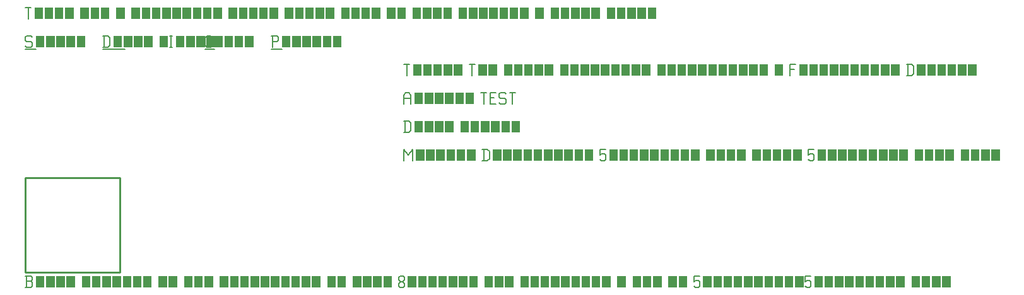
<source format=gbr>
G04 start of page 4 for group -1 layer_idx 268435461 *
G04 Title: Two lines partially overlapping, <virtual group> *
G04 Creator: <version>
G04 CreationDate: <date>
G04 For: TEST *
G04 Format: Gerber/RS-274X *
G04 PCB-Dimensions: 50000 50000 *
G04 PCB-Coordinate-Origin: lower left *
%MOIN*%
%FSLAX25Y25*%
%LNLOGICAL_VIRTUAL_FAB_NONE*%
%ADD15C,0.0100*%
%ADD14C,0.0001*%
%ADD13C,0.0060*%
G54D13*X3000Y125000D02*X3750Y124250D01*
X750Y125000D02*X3000D01*
X0Y124250D02*X750Y125000D01*
X0Y124250D02*Y122750D01*
X750Y122000D01*
X3000D01*
X3750Y121250D01*
Y119750D01*
X3000Y119000D02*X3750Y119750D01*
X750Y119000D02*X3000D01*
X0Y119750D02*X750Y119000D01*
G54D14*G36*
X5550Y125000D02*X10050D01*
Y119000D01*
X5550D01*
Y125000D01*
G37*
G36*
X10950D02*X15450D01*
Y119000D01*
X10950D01*
Y125000D01*
G37*
G36*
X16350D02*X20850D01*
Y119000D01*
X16350D01*
Y125000D01*
G37*
G36*
X21750D02*X26250D01*
Y119000D01*
X21750D01*
Y125000D01*
G37*
G36*
X27150D02*X31650D01*
Y119000D01*
X27150D01*
Y125000D01*
G37*
G54D13*X0Y118000D02*X5550D01*
X41750Y125000D02*Y119000D01*
X43700Y125000D02*X44750Y123950D01*
Y120050D01*
X43700Y119000D02*X44750Y120050D01*
X41000Y119000D02*X43700D01*
X41000Y125000D02*X43700D01*
G54D14*G36*
X46550D02*X51050D01*
Y119000D01*
X46550D01*
Y125000D01*
G37*
G36*
X51950D02*X56450D01*
Y119000D01*
X51950D01*
Y125000D01*
G37*
G36*
X57350D02*X61850D01*
Y119000D01*
X57350D01*
Y125000D01*
G37*
G36*
X62750D02*X67250D01*
Y119000D01*
X62750D01*
Y125000D01*
G37*
G36*
X70850D02*X75350D01*
Y119000D01*
X70850D01*
Y125000D01*
G37*
G54D13*X76250D02*X77750D01*
X77000D02*Y119000D01*
X76250D02*X77750D01*
G54D14*G36*
X79550Y125000D02*X84050D01*
Y119000D01*
X79550D01*
Y125000D01*
G37*
G36*
X84950D02*X89450D01*
Y119000D01*
X84950D01*
Y125000D01*
G37*
G36*
X90350D02*X94850D01*
Y119000D01*
X90350D01*
Y125000D01*
G37*
G36*
X95750D02*X100250D01*
Y119000D01*
X95750D01*
Y125000D01*
G37*
G54D13*X41000Y118000D02*X52550D01*
X96050Y119000D02*X98000D01*
X95000Y120050D02*X96050Y119000D01*
X95000Y123950D02*Y120050D01*
Y123950D02*X96050Y125000D01*
X98000D01*
G54D14*G36*
X99800D02*X104300D01*
Y119000D01*
X99800D01*
Y125000D01*
G37*
G36*
X105200D02*X109700D01*
Y119000D01*
X105200D01*
Y125000D01*
G37*
G36*
X110600D02*X115100D01*
Y119000D01*
X110600D01*
Y125000D01*
G37*
G36*
X116000D02*X120500D01*
Y119000D01*
X116000D01*
Y125000D01*
G37*
G54D13*X95000Y118000D02*X99800D01*
X130750Y125000D02*Y119000D01*
X130000Y125000D02*X133000D01*
X133750Y124250D01*
Y122750D01*
X133000Y122000D02*X133750Y122750D01*
X130750Y122000D02*X133000D01*
G54D14*G36*
X135550Y125000D02*X140050D01*
Y119000D01*
X135550D01*
Y125000D01*
G37*
G36*
X140950D02*X145450D01*
Y119000D01*
X140950D01*
Y125000D01*
G37*
G36*
X146350D02*X150850D01*
Y119000D01*
X146350D01*
Y125000D01*
G37*
G36*
X151750D02*X156250D01*
Y119000D01*
X151750D01*
Y125000D01*
G37*
G36*
X157150D02*X161650D01*
Y119000D01*
X157150D01*
Y125000D01*
G37*
G36*
X162550D02*X167050D01*
Y119000D01*
X162550D01*
Y125000D01*
G37*
G54D13*X130000Y118000D02*X135550D01*
X0Y140000D02*X3000D01*
X1500D02*Y134000D01*
G54D14*G36*
X4800Y140000D02*X9300D01*
Y134000D01*
X4800D01*
Y140000D01*
G37*
G36*
X10200D02*X14700D01*
Y134000D01*
X10200D01*
Y140000D01*
G37*
G36*
X15600D02*X20100D01*
Y134000D01*
X15600D01*
Y140000D01*
G37*
G36*
X21000D02*X25500D01*
Y134000D01*
X21000D01*
Y140000D01*
G37*
G36*
X29100D02*X33600D01*
Y134000D01*
X29100D01*
Y140000D01*
G37*
G36*
X34500D02*X39000D01*
Y134000D01*
X34500D01*
Y140000D01*
G37*
G36*
X39900D02*X44400D01*
Y134000D01*
X39900D01*
Y140000D01*
G37*
G36*
X48000D02*X52500D01*
Y134000D01*
X48000D01*
Y140000D01*
G37*
G36*
X56100D02*X60600D01*
Y134000D01*
X56100D01*
Y140000D01*
G37*
G36*
X61500D02*X66000D01*
Y134000D01*
X61500D01*
Y140000D01*
G37*
G36*
X66900D02*X71400D01*
Y134000D01*
X66900D01*
Y140000D01*
G37*
G36*
X72300D02*X76800D01*
Y134000D01*
X72300D01*
Y140000D01*
G37*
G36*
X77700D02*X82200D01*
Y134000D01*
X77700D01*
Y140000D01*
G37*
G36*
X83100D02*X87600D01*
Y134000D01*
X83100D01*
Y140000D01*
G37*
G36*
X88500D02*X93000D01*
Y134000D01*
X88500D01*
Y140000D01*
G37*
G36*
X93900D02*X98400D01*
Y134000D01*
X93900D01*
Y140000D01*
G37*
G36*
X99300D02*X103800D01*
Y134000D01*
X99300D01*
Y140000D01*
G37*
G36*
X107400D02*X111900D01*
Y134000D01*
X107400D01*
Y140000D01*
G37*
G36*
X112800D02*X117300D01*
Y134000D01*
X112800D01*
Y140000D01*
G37*
G36*
X118200D02*X122700D01*
Y134000D01*
X118200D01*
Y140000D01*
G37*
G36*
X123600D02*X128100D01*
Y134000D01*
X123600D01*
Y140000D01*
G37*
G36*
X129000D02*X133500D01*
Y134000D01*
X129000D01*
Y140000D01*
G37*
G36*
X137100D02*X141600D01*
Y134000D01*
X137100D01*
Y140000D01*
G37*
G36*
X142500D02*X147000D01*
Y134000D01*
X142500D01*
Y140000D01*
G37*
G36*
X147900D02*X152400D01*
Y134000D01*
X147900D01*
Y140000D01*
G37*
G36*
X153300D02*X157800D01*
Y134000D01*
X153300D01*
Y140000D01*
G37*
G36*
X158700D02*X163200D01*
Y134000D01*
X158700D01*
Y140000D01*
G37*
G36*
X166800D02*X171300D01*
Y134000D01*
X166800D01*
Y140000D01*
G37*
G36*
X172200D02*X176700D01*
Y134000D01*
X172200D01*
Y140000D01*
G37*
G36*
X177600D02*X182100D01*
Y134000D01*
X177600D01*
Y140000D01*
G37*
G36*
X183000D02*X187500D01*
Y134000D01*
X183000D01*
Y140000D01*
G37*
G36*
X191100D02*X195600D01*
Y134000D01*
X191100D01*
Y140000D01*
G37*
G36*
X196500D02*X201000D01*
Y134000D01*
X196500D01*
Y140000D01*
G37*
G36*
X204600D02*X209100D01*
Y134000D01*
X204600D01*
Y140000D01*
G37*
G36*
X210000D02*X214500D01*
Y134000D01*
X210000D01*
Y140000D01*
G37*
G36*
X215400D02*X219900D01*
Y134000D01*
X215400D01*
Y140000D01*
G37*
G36*
X220800D02*X225300D01*
Y134000D01*
X220800D01*
Y140000D01*
G37*
G36*
X228900D02*X233400D01*
Y134000D01*
X228900D01*
Y140000D01*
G37*
G36*
X234300D02*X238800D01*
Y134000D01*
X234300D01*
Y140000D01*
G37*
G36*
X239700D02*X244200D01*
Y134000D01*
X239700D01*
Y140000D01*
G37*
G36*
X245100D02*X249600D01*
Y134000D01*
X245100D01*
Y140000D01*
G37*
G36*
X250500D02*X255000D01*
Y134000D01*
X250500D01*
Y140000D01*
G37*
G36*
X255900D02*X260400D01*
Y134000D01*
X255900D01*
Y140000D01*
G37*
G36*
X261300D02*X265800D01*
Y134000D01*
X261300D01*
Y140000D01*
G37*
G36*
X269400D02*X273900D01*
Y134000D01*
X269400D01*
Y140000D01*
G37*
G36*
X277500D02*X282000D01*
Y134000D01*
X277500D01*
Y140000D01*
G37*
G36*
X282900D02*X287400D01*
Y134000D01*
X282900D01*
Y140000D01*
G37*
G36*
X288300D02*X292800D01*
Y134000D01*
X288300D01*
Y140000D01*
G37*
G36*
X293700D02*X298200D01*
Y134000D01*
X293700D01*
Y140000D01*
G37*
G36*
X299100D02*X303600D01*
Y134000D01*
X299100D01*
Y140000D01*
G37*
G36*
X307200D02*X311700D01*
Y134000D01*
X307200D01*
Y140000D01*
G37*
G36*
X312600D02*X317100D01*
Y134000D01*
X312600D01*
Y140000D01*
G37*
G36*
X318000D02*X322500D01*
Y134000D01*
X318000D01*
Y140000D01*
G37*
G36*
X323400D02*X327900D01*
Y134000D01*
X323400D01*
Y140000D01*
G37*
G36*
X328800D02*X333300D01*
Y134000D01*
X328800D01*
Y140000D01*
G37*
G54D15*X0Y50000D02*X50000D01*
X0D02*Y0D01*
X50000Y50000D02*Y0D01*
X0D02*X50000D01*
G54D13*X200000Y65000D02*Y59000D01*
Y65000D02*X202250Y62000D01*
X204500Y65000D01*
Y59000D01*
G54D14*G36*
X206300Y65000D02*X210800D01*
Y59000D01*
X206300D01*
Y65000D01*
G37*
G36*
X211700D02*X216200D01*
Y59000D01*
X211700D01*
Y65000D01*
G37*
G36*
X217100D02*X221600D01*
Y59000D01*
X217100D01*
Y65000D01*
G37*
G36*
X222500D02*X227000D01*
Y59000D01*
X222500D01*
Y65000D01*
G37*
G36*
X227900D02*X232400D01*
Y59000D01*
X227900D01*
Y65000D01*
G37*
G36*
X233300D02*X237800D01*
Y59000D01*
X233300D01*
Y65000D01*
G37*
G54D13*X242150D02*Y59000D01*
X244100Y65000D02*X245150Y63950D01*
Y60050D01*
X244100Y59000D02*X245150Y60050D01*
X241400Y59000D02*X244100D01*
X241400Y65000D02*X244100D01*
G54D14*G36*
X246950D02*X251450D01*
Y59000D01*
X246950D01*
Y65000D01*
G37*
G36*
X252350D02*X256850D01*
Y59000D01*
X252350D01*
Y65000D01*
G37*
G36*
X257750D02*X262250D01*
Y59000D01*
X257750D01*
Y65000D01*
G37*
G36*
X263150D02*X267650D01*
Y59000D01*
X263150D01*
Y65000D01*
G37*
G36*
X268550D02*X273050D01*
Y59000D01*
X268550D01*
Y65000D01*
G37*
G36*
X273950D02*X278450D01*
Y59000D01*
X273950D01*
Y65000D01*
G37*
G36*
X279350D02*X283850D01*
Y59000D01*
X279350D01*
Y65000D01*
G37*
G36*
X284750D02*X289250D01*
Y59000D01*
X284750D01*
Y65000D01*
G37*
G36*
X290150D02*X294650D01*
Y59000D01*
X290150D01*
Y65000D01*
G37*
G36*
X295550D02*X300050D01*
Y59000D01*
X295550D01*
Y65000D01*
G37*
G54D13*X303650D02*X306650D01*
X303650D02*Y62000D01*
X304400Y62750D01*
X305900D01*
X306650Y62000D01*
Y59750D01*
X305900Y59000D02*X306650Y59750D01*
X304400Y59000D02*X305900D01*
X303650Y59750D02*X304400Y59000D01*
G54D14*G36*
X308450Y65000D02*X312950D01*
Y59000D01*
X308450D01*
Y65000D01*
G37*
G36*
X313850D02*X318350D01*
Y59000D01*
X313850D01*
Y65000D01*
G37*
G36*
X319250D02*X323750D01*
Y59000D01*
X319250D01*
Y65000D01*
G37*
G36*
X324650D02*X329150D01*
Y59000D01*
X324650D01*
Y65000D01*
G37*
G36*
X330050D02*X334550D01*
Y59000D01*
X330050D01*
Y65000D01*
G37*
G36*
X335450D02*X339950D01*
Y59000D01*
X335450D01*
Y65000D01*
G37*
G36*
X340850D02*X345350D01*
Y59000D01*
X340850D01*
Y65000D01*
G37*
G36*
X346250D02*X350750D01*
Y59000D01*
X346250D01*
Y65000D01*
G37*
G36*
X351650D02*X356150D01*
Y59000D01*
X351650D01*
Y65000D01*
G37*
G36*
X359750D02*X364250D01*
Y59000D01*
X359750D01*
Y65000D01*
G37*
G36*
X365150D02*X369650D01*
Y59000D01*
X365150D01*
Y65000D01*
G37*
G36*
X370550D02*X375050D01*
Y59000D01*
X370550D01*
Y65000D01*
G37*
G36*
X375950D02*X380450D01*
Y59000D01*
X375950D01*
Y65000D01*
G37*
G36*
X384050D02*X388550D01*
Y59000D01*
X384050D01*
Y65000D01*
G37*
G36*
X389450D02*X393950D01*
Y59000D01*
X389450D01*
Y65000D01*
G37*
G36*
X394850D02*X399350D01*
Y59000D01*
X394850D01*
Y65000D01*
G37*
G36*
X400250D02*X404750D01*
Y59000D01*
X400250D01*
Y65000D01*
G37*
G36*
X405650D02*X410150D01*
Y59000D01*
X405650D01*
Y65000D01*
G37*
G54D13*X413750D02*X416750D01*
X413750D02*Y62000D01*
X414500Y62750D01*
X416000D01*
X416750Y62000D01*
Y59750D01*
X416000Y59000D02*X416750Y59750D01*
X414500Y59000D02*X416000D01*
X413750Y59750D02*X414500Y59000D01*
G54D14*G36*
X418550Y65000D02*X423050D01*
Y59000D01*
X418550D01*
Y65000D01*
G37*
G36*
X423950D02*X428450D01*
Y59000D01*
X423950D01*
Y65000D01*
G37*
G36*
X429350D02*X433850D01*
Y59000D01*
X429350D01*
Y65000D01*
G37*
G36*
X434750D02*X439250D01*
Y59000D01*
X434750D01*
Y65000D01*
G37*
G36*
X440150D02*X444650D01*
Y59000D01*
X440150D01*
Y65000D01*
G37*
G36*
X445550D02*X450050D01*
Y59000D01*
X445550D01*
Y65000D01*
G37*
G36*
X450950D02*X455450D01*
Y59000D01*
X450950D01*
Y65000D01*
G37*
G36*
X456350D02*X460850D01*
Y59000D01*
X456350D01*
Y65000D01*
G37*
G36*
X461750D02*X466250D01*
Y59000D01*
X461750D01*
Y65000D01*
G37*
G36*
X469850D02*X474350D01*
Y59000D01*
X469850D01*
Y65000D01*
G37*
G36*
X475250D02*X479750D01*
Y59000D01*
X475250D01*
Y65000D01*
G37*
G36*
X480650D02*X485150D01*
Y59000D01*
X480650D01*
Y65000D01*
G37*
G36*
X486050D02*X490550D01*
Y59000D01*
X486050D01*
Y65000D01*
G37*
G36*
X494150D02*X498650D01*
Y59000D01*
X494150D01*
Y65000D01*
G37*
G36*
X499550D02*X504050D01*
Y59000D01*
X499550D01*
Y65000D01*
G37*
G36*
X504950D02*X509450D01*
Y59000D01*
X504950D01*
Y65000D01*
G37*
G36*
X510350D02*X514850D01*
Y59000D01*
X510350D01*
Y65000D01*
G37*
G54D13*X0Y-8000D02*X3000D01*
X3750Y-7250D01*
Y-5450D02*Y-7250D01*
X3000Y-4700D02*X3750Y-5450D01*
X750Y-4700D02*X3000D01*
X750Y-2000D02*Y-8000D01*
X0Y-2000D02*X3000D01*
X3750Y-2750D01*
Y-3950D01*
X3000Y-4700D02*X3750Y-3950D01*
G54D14*G36*
X5550Y-2000D02*X10050D01*
Y-8000D01*
X5550D01*
Y-2000D01*
G37*
G36*
X10950D02*X15450D01*
Y-8000D01*
X10950D01*
Y-2000D01*
G37*
G36*
X16350D02*X20850D01*
Y-8000D01*
X16350D01*
Y-2000D01*
G37*
G36*
X21750D02*X26250D01*
Y-8000D01*
X21750D01*
Y-2000D01*
G37*
G36*
X29850D02*X34350D01*
Y-8000D01*
X29850D01*
Y-2000D01*
G37*
G36*
X35250D02*X39750D01*
Y-8000D01*
X35250D01*
Y-2000D01*
G37*
G36*
X40650D02*X45150D01*
Y-8000D01*
X40650D01*
Y-2000D01*
G37*
G36*
X46050D02*X50550D01*
Y-8000D01*
X46050D01*
Y-2000D01*
G37*
G36*
X51450D02*X55950D01*
Y-8000D01*
X51450D01*
Y-2000D01*
G37*
G36*
X56850D02*X61350D01*
Y-8000D01*
X56850D01*
Y-2000D01*
G37*
G36*
X62250D02*X66750D01*
Y-8000D01*
X62250D01*
Y-2000D01*
G37*
G36*
X70350D02*X74850D01*
Y-8000D01*
X70350D01*
Y-2000D01*
G37*
G36*
X75750D02*X80250D01*
Y-8000D01*
X75750D01*
Y-2000D01*
G37*
G36*
X83850D02*X88350D01*
Y-8000D01*
X83850D01*
Y-2000D01*
G37*
G36*
X89250D02*X93750D01*
Y-8000D01*
X89250D01*
Y-2000D01*
G37*
G36*
X94650D02*X99150D01*
Y-8000D01*
X94650D01*
Y-2000D01*
G37*
G36*
X102750D02*X107250D01*
Y-8000D01*
X102750D01*
Y-2000D01*
G37*
G36*
X108150D02*X112650D01*
Y-8000D01*
X108150D01*
Y-2000D01*
G37*
G36*
X113550D02*X118050D01*
Y-8000D01*
X113550D01*
Y-2000D01*
G37*
G36*
X118950D02*X123450D01*
Y-8000D01*
X118950D01*
Y-2000D01*
G37*
G36*
X124350D02*X128850D01*
Y-8000D01*
X124350D01*
Y-2000D01*
G37*
G36*
X129750D02*X134250D01*
Y-8000D01*
X129750D01*
Y-2000D01*
G37*
G36*
X135150D02*X139650D01*
Y-8000D01*
X135150D01*
Y-2000D01*
G37*
G36*
X140550D02*X145050D01*
Y-8000D01*
X140550D01*
Y-2000D01*
G37*
G36*
X145950D02*X150450D01*
Y-8000D01*
X145950D01*
Y-2000D01*
G37*
G36*
X151350D02*X155850D01*
Y-8000D01*
X151350D01*
Y-2000D01*
G37*
G36*
X159450D02*X163950D01*
Y-8000D01*
X159450D01*
Y-2000D01*
G37*
G36*
X164850D02*X169350D01*
Y-8000D01*
X164850D01*
Y-2000D01*
G37*
G36*
X172950D02*X177450D01*
Y-8000D01*
X172950D01*
Y-2000D01*
G37*
G36*
X178350D02*X182850D01*
Y-8000D01*
X178350D01*
Y-2000D01*
G37*
G36*
X183750D02*X188250D01*
Y-8000D01*
X183750D01*
Y-2000D01*
G37*
G36*
X189150D02*X193650D01*
Y-8000D01*
X189150D01*
Y-2000D01*
G37*
G54D13*X197250Y-7250D02*X198000Y-8000D01*
X197250Y-6050D02*Y-7250D01*
Y-6050D02*X198300Y-5000D01*
X199200D01*
X200250Y-6050D01*
Y-7250D01*
X199500Y-8000D02*X200250Y-7250D01*
X198000Y-8000D02*X199500D01*
X197250Y-3950D02*X198300Y-5000D01*
X197250Y-2750D02*Y-3950D01*
Y-2750D02*X198000Y-2000D01*
X199500D01*
X200250Y-2750D01*
Y-3950D01*
X199200Y-5000D02*X200250Y-3950D01*
G54D14*G36*
X202050Y-2000D02*X206550D01*
Y-8000D01*
X202050D01*
Y-2000D01*
G37*
G36*
X207450D02*X211950D01*
Y-8000D01*
X207450D01*
Y-2000D01*
G37*
G36*
X212850D02*X217350D01*
Y-8000D01*
X212850D01*
Y-2000D01*
G37*
G36*
X218250D02*X222750D01*
Y-8000D01*
X218250D01*
Y-2000D01*
G37*
G36*
X223650D02*X228150D01*
Y-8000D01*
X223650D01*
Y-2000D01*
G37*
G36*
X229050D02*X233550D01*
Y-8000D01*
X229050D01*
Y-2000D01*
G37*
G36*
X234450D02*X238950D01*
Y-8000D01*
X234450D01*
Y-2000D01*
G37*
G36*
X242550D02*X247050D01*
Y-8000D01*
X242550D01*
Y-2000D01*
G37*
G36*
X247950D02*X252450D01*
Y-8000D01*
X247950D01*
Y-2000D01*
G37*
G36*
X253350D02*X257850D01*
Y-8000D01*
X253350D01*
Y-2000D01*
G37*
G36*
X261450D02*X265950D01*
Y-8000D01*
X261450D01*
Y-2000D01*
G37*
G36*
X266850D02*X271350D01*
Y-8000D01*
X266850D01*
Y-2000D01*
G37*
G36*
X272250D02*X276750D01*
Y-8000D01*
X272250D01*
Y-2000D01*
G37*
G36*
X277650D02*X282150D01*
Y-8000D01*
X277650D01*
Y-2000D01*
G37*
G36*
X283050D02*X287550D01*
Y-8000D01*
X283050D01*
Y-2000D01*
G37*
G36*
X288450D02*X292950D01*
Y-8000D01*
X288450D01*
Y-2000D01*
G37*
G36*
X293850D02*X298350D01*
Y-8000D01*
X293850D01*
Y-2000D01*
G37*
G36*
X299250D02*X303750D01*
Y-8000D01*
X299250D01*
Y-2000D01*
G37*
G36*
X304650D02*X309150D01*
Y-8000D01*
X304650D01*
Y-2000D01*
G37*
G36*
X312750D02*X317250D01*
Y-8000D01*
X312750D01*
Y-2000D01*
G37*
G36*
X320850D02*X325350D01*
Y-8000D01*
X320850D01*
Y-2000D01*
G37*
G36*
X326250D02*X330750D01*
Y-8000D01*
X326250D01*
Y-2000D01*
G37*
G36*
X331650D02*X336150D01*
Y-8000D01*
X331650D01*
Y-2000D01*
G37*
G36*
X339750D02*X344250D01*
Y-8000D01*
X339750D01*
Y-2000D01*
G37*
G36*
X345150D02*X349650D01*
Y-8000D01*
X345150D01*
Y-2000D01*
G37*
G54D13*X353250D02*X356250D01*
X353250D02*Y-5000D01*
X354000Y-4250D01*
X355500D01*
X356250Y-5000D01*
Y-7250D01*
X355500Y-8000D02*X356250Y-7250D01*
X354000Y-8000D02*X355500D01*
X353250Y-7250D02*X354000Y-8000D01*
G54D14*G36*
X358050Y-2000D02*X362550D01*
Y-8000D01*
X358050D01*
Y-2000D01*
G37*
G36*
X363450D02*X367950D01*
Y-8000D01*
X363450D01*
Y-2000D01*
G37*
G36*
X368850D02*X373350D01*
Y-8000D01*
X368850D01*
Y-2000D01*
G37*
G36*
X374250D02*X378750D01*
Y-8000D01*
X374250D01*
Y-2000D01*
G37*
G36*
X379650D02*X384150D01*
Y-8000D01*
X379650D01*
Y-2000D01*
G37*
G36*
X385050D02*X389550D01*
Y-8000D01*
X385050D01*
Y-2000D01*
G37*
G36*
X390450D02*X394950D01*
Y-8000D01*
X390450D01*
Y-2000D01*
G37*
G36*
X395850D02*X400350D01*
Y-8000D01*
X395850D01*
Y-2000D01*
G37*
G36*
X401250D02*X405750D01*
Y-8000D01*
X401250D01*
Y-2000D01*
G37*
G36*
X406650D02*X411150D01*
Y-8000D01*
X406650D01*
Y-2000D01*
G37*
G54D13*X412050D02*X415050D01*
X412050D02*Y-5000D01*
X412800Y-4250D01*
X414300D01*
X415050Y-5000D01*
Y-7250D01*
X414300Y-8000D02*X415050Y-7250D01*
X412800Y-8000D02*X414300D01*
X412050Y-7250D02*X412800Y-8000D01*
G54D14*G36*
X416850Y-2000D02*X421350D01*
Y-8000D01*
X416850D01*
Y-2000D01*
G37*
G36*
X422250D02*X426750D01*
Y-8000D01*
X422250D01*
Y-2000D01*
G37*
G36*
X427650D02*X432150D01*
Y-8000D01*
X427650D01*
Y-2000D01*
G37*
G36*
X433050D02*X437550D01*
Y-8000D01*
X433050D01*
Y-2000D01*
G37*
G36*
X438450D02*X442950D01*
Y-8000D01*
X438450D01*
Y-2000D01*
G37*
G36*
X443850D02*X448350D01*
Y-8000D01*
X443850D01*
Y-2000D01*
G37*
G36*
X449250D02*X453750D01*
Y-8000D01*
X449250D01*
Y-2000D01*
G37*
G36*
X454650D02*X459150D01*
Y-8000D01*
X454650D01*
Y-2000D01*
G37*
G36*
X460050D02*X464550D01*
Y-8000D01*
X460050D01*
Y-2000D01*
G37*
G36*
X468150D02*X472650D01*
Y-8000D01*
X468150D01*
Y-2000D01*
G37*
G36*
X473550D02*X478050D01*
Y-8000D01*
X473550D01*
Y-2000D01*
G37*
G36*
X478950D02*X483450D01*
Y-8000D01*
X478950D01*
Y-2000D01*
G37*
G36*
X484350D02*X488850D01*
Y-8000D01*
X484350D01*
Y-2000D01*
G37*
G54D13*X200750Y80000D02*Y74000D01*
X202700Y80000D02*X203750Y78950D01*
Y75050D01*
X202700Y74000D02*X203750Y75050D01*
X200000Y74000D02*X202700D01*
X200000Y80000D02*X202700D01*
G54D14*G36*
X205550D02*X210050D01*
Y74000D01*
X205550D01*
Y80000D01*
G37*
G36*
X210950D02*X215450D01*
Y74000D01*
X210950D01*
Y80000D01*
G37*
G36*
X216350D02*X220850D01*
Y74000D01*
X216350D01*
Y80000D01*
G37*
G36*
X221750D02*X226250D01*
Y74000D01*
X221750D01*
Y80000D01*
G37*
G36*
X229850D02*X234350D01*
Y74000D01*
X229850D01*
Y80000D01*
G37*
G36*
X235250D02*X239750D01*
Y74000D01*
X235250D01*
Y80000D01*
G37*
G36*
X240650D02*X245150D01*
Y74000D01*
X240650D01*
Y80000D01*
G37*
G36*
X246050D02*X250550D01*
Y74000D01*
X246050D01*
Y80000D01*
G37*
G36*
X251450D02*X255950D01*
Y74000D01*
X251450D01*
Y80000D01*
G37*
G36*
X256850D02*X261350D01*
Y74000D01*
X256850D01*
Y80000D01*
G37*
G54D13*X200000Y93500D02*Y89000D01*
Y93500D02*X201050Y95000D01*
X202700D01*
X203750Y93500D01*
Y89000D01*
X200000Y92000D02*X203750D01*
G54D14*G36*
X205550Y95000D02*X210050D01*
Y89000D01*
X205550D01*
Y95000D01*
G37*
G36*
X210950D02*X215450D01*
Y89000D01*
X210950D01*
Y95000D01*
G37*
G36*
X216350D02*X220850D01*
Y89000D01*
X216350D01*
Y95000D01*
G37*
G36*
X221750D02*X226250D01*
Y89000D01*
X221750D01*
Y95000D01*
G37*
G36*
X227150D02*X231650D01*
Y89000D01*
X227150D01*
Y95000D01*
G37*
G36*
X232550D02*X237050D01*
Y89000D01*
X232550D01*
Y95000D01*
G37*
G54D13*X240650D02*X243650D01*
X242150D02*Y89000D01*
X245450Y92300D02*X247700D01*
X245450Y89000D02*X248450D01*
X245450Y95000D02*Y89000D01*
Y95000D02*X248450D01*
X253250D02*X254000Y94250D01*
X251000Y95000D02*X253250D01*
X250250Y94250D02*X251000Y95000D01*
X250250Y94250D02*Y92750D01*
X251000Y92000D01*
X253250D01*
X254000Y91250D01*
Y89750D01*
X253250Y89000D02*X254000Y89750D01*
X251000Y89000D02*X253250D01*
X250250Y89750D02*X251000Y89000D01*
X255800Y95000D02*X258800D01*
X257300D02*Y89000D01*
X200000Y110000D02*X203000D01*
X201500D02*Y104000D01*
G54D14*G36*
X204800Y110000D02*X209300D01*
Y104000D01*
X204800D01*
Y110000D01*
G37*
G36*
X210200D02*X214700D01*
Y104000D01*
X210200D01*
Y110000D01*
G37*
G36*
X215600D02*X220100D01*
Y104000D01*
X215600D01*
Y110000D01*
G37*
G36*
X221000D02*X225500D01*
Y104000D01*
X221000D01*
Y110000D01*
G37*
G36*
X226400D02*X230900D01*
Y104000D01*
X226400D01*
Y110000D01*
G37*
G54D13*X234500D02*X237500D01*
X236000D02*Y104000D01*
G54D14*G36*
X239300Y110000D02*X243800D01*
Y104000D01*
X239300D01*
Y110000D01*
G37*
G36*
X244700D02*X249200D01*
Y104000D01*
X244700D01*
Y110000D01*
G37*
G36*
X252800D02*X257300D01*
Y104000D01*
X252800D01*
Y110000D01*
G37*
G36*
X258200D02*X262700D01*
Y104000D01*
X258200D01*
Y110000D01*
G37*
G36*
X263600D02*X268100D01*
Y104000D01*
X263600D01*
Y110000D01*
G37*
G36*
X269000D02*X273500D01*
Y104000D01*
X269000D01*
Y110000D01*
G37*
G36*
X274400D02*X278900D01*
Y104000D01*
X274400D01*
Y110000D01*
G37*
G36*
X282500D02*X287000D01*
Y104000D01*
X282500D01*
Y110000D01*
G37*
G36*
X287900D02*X292400D01*
Y104000D01*
X287900D01*
Y110000D01*
G37*
G36*
X293300D02*X297800D01*
Y104000D01*
X293300D01*
Y110000D01*
G37*
G36*
X298700D02*X303200D01*
Y104000D01*
X298700D01*
Y110000D01*
G37*
G36*
X304100D02*X308600D01*
Y104000D01*
X304100D01*
Y110000D01*
G37*
G36*
X309500D02*X314000D01*
Y104000D01*
X309500D01*
Y110000D01*
G37*
G36*
X314900D02*X319400D01*
Y104000D01*
X314900D01*
Y110000D01*
G37*
G36*
X320300D02*X324800D01*
Y104000D01*
X320300D01*
Y110000D01*
G37*
G36*
X325700D02*X330200D01*
Y104000D01*
X325700D01*
Y110000D01*
G37*
G36*
X333800D02*X338300D01*
Y104000D01*
X333800D01*
Y110000D01*
G37*
G36*
X339200D02*X343700D01*
Y104000D01*
X339200D01*
Y110000D01*
G37*
G36*
X344600D02*X349100D01*
Y104000D01*
X344600D01*
Y110000D01*
G37*
G36*
X350000D02*X354500D01*
Y104000D01*
X350000D01*
Y110000D01*
G37*
G36*
X355400D02*X359900D01*
Y104000D01*
X355400D01*
Y110000D01*
G37*
G36*
X360800D02*X365300D01*
Y104000D01*
X360800D01*
Y110000D01*
G37*
G36*
X366200D02*X370700D01*
Y104000D01*
X366200D01*
Y110000D01*
G37*
G36*
X371600D02*X376100D01*
Y104000D01*
X371600D01*
Y110000D01*
G37*
G36*
X377000D02*X381500D01*
Y104000D01*
X377000D01*
Y110000D01*
G37*
G36*
X382400D02*X386900D01*
Y104000D01*
X382400D01*
Y110000D01*
G37*
G36*
X387800D02*X392300D01*
Y104000D01*
X387800D01*
Y110000D01*
G37*
G36*
X395900D02*X400400D01*
Y104000D01*
X395900D01*
Y110000D01*
G37*
G54D13*X404000D02*Y104000D01*
Y110000D02*X407000D01*
X404000Y107300D02*X406250D01*
G54D14*G36*
X408800Y110000D02*X413300D01*
Y104000D01*
X408800D01*
Y110000D01*
G37*
G36*
X414200D02*X418700D01*
Y104000D01*
X414200D01*
Y110000D01*
G37*
G36*
X419600D02*X424100D01*
Y104000D01*
X419600D01*
Y110000D01*
G37*
G36*
X425000D02*X429500D01*
Y104000D01*
X425000D01*
Y110000D01*
G37*
G36*
X430400D02*X434900D01*
Y104000D01*
X430400D01*
Y110000D01*
G37*
G36*
X435800D02*X440300D01*
Y104000D01*
X435800D01*
Y110000D01*
G37*
G36*
X441200D02*X445700D01*
Y104000D01*
X441200D01*
Y110000D01*
G37*
G36*
X446600D02*X451100D01*
Y104000D01*
X446600D01*
Y110000D01*
G37*
G36*
X452000D02*X456500D01*
Y104000D01*
X452000D01*
Y110000D01*
G37*
G36*
X457400D02*X461900D01*
Y104000D01*
X457400D01*
Y110000D01*
G37*
G54D13*X466250D02*Y104000D01*
X468200Y110000D02*X469250Y108950D01*
Y105050D01*
X468200Y104000D02*X469250Y105050D01*
X465500Y104000D02*X468200D01*
X465500Y110000D02*X468200D01*
G54D14*G36*
X471050D02*X475550D01*
Y104000D01*
X471050D01*
Y110000D01*
G37*
G36*
X476450D02*X480950D01*
Y104000D01*
X476450D01*
Y110000D01*
G37*
G36*
X481850D02*X486350D01*
Y104000D01*
X481850D01*
Y110000D01*
G37*
G36*
X487250D02*X491750D01*
Y104000D01*
X487250D01*
Y110000D01*
G37*
G36*
X492650D02*X497150D01*
Y104000D01*
X492650D01*
Y110000D01*
G37*
G36*
X498050D02*X502550D01*
Y104000D01*
X498050D01*
Y110000D01*
G37*
M02*

</source>
